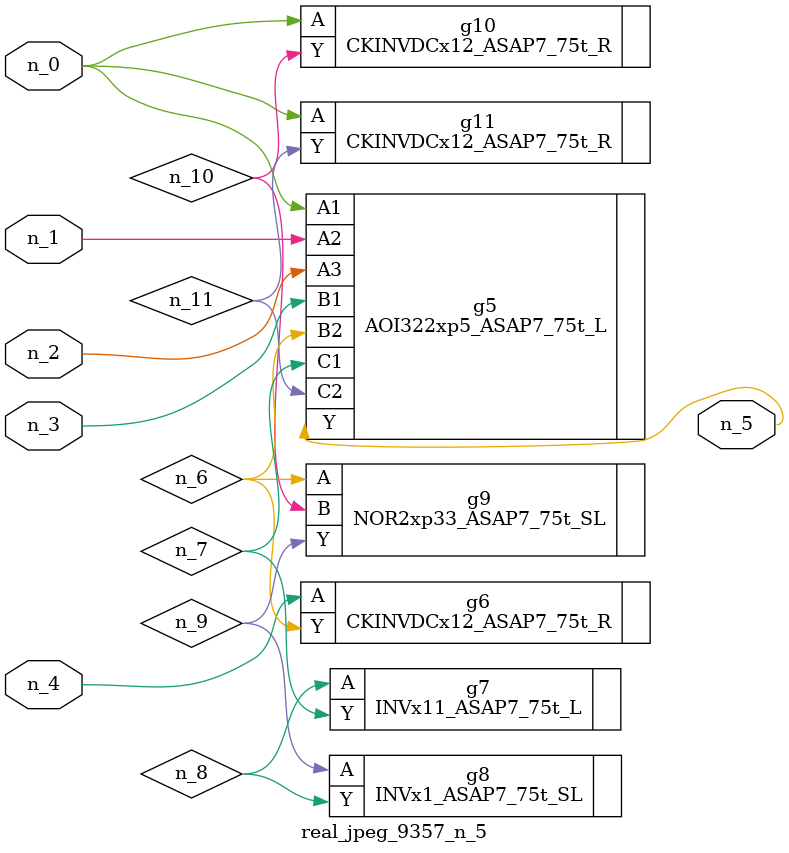
<source format=v>
module real_jpeg_9357_n_5 (n_4, n_0, n_1, n_2, n_3, n_5);

input n_4;
input n_0;
input n_1;
input n_2;
input n_3;

output n_5;

wire n_8;
wire n_11;
wire n_6;
wire n_7;
wire n_10;
wire n_9;

AOI322xp5_ASAP7_75t_L g5 ( 
.A1(n_0),
.A2(n_1),
.A3(n_2),
.B1(n_3),
.B2(n_6),
.C1(n_7),
.C2(n_11),
.Y(n_5)
);

CKINVDCx12_ASAP7_75t_R g10 ( 
.A(n_0),
.Y(n_10)
);

CKINVDCx12_ASAP7_75t_R g11 ( 
.A(n_0),
.Y(n_11)
);

CKINVDCx12_ASAP7_75t_R g6 ( 
.A(n_4),
.Y(n_6)
);

NOR2xp33_ASAP7_75t_SL g9 ( 
.A(n_6),
.B(n_10),
.Y(n_9)
);

INVx11_ASAP7_75t_L g7 ( 
.A(n_8),
.Y(n_7)
);

INVx1_ASAP7_75t_SL g8 ( 
.A(n_9),
.Y(n_8)
);


endmodule
</source>
